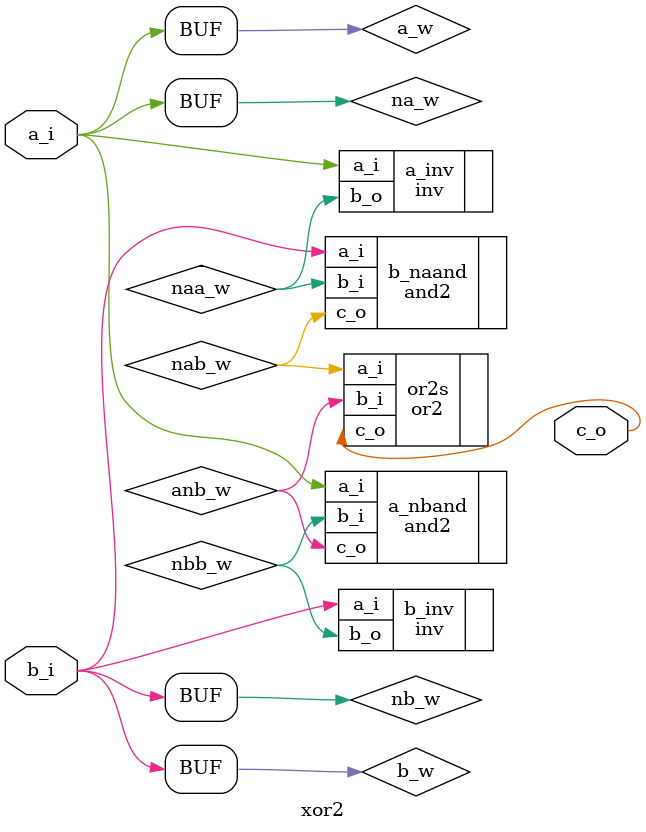
<source format=sv>
module xor2
  (input [0:0] a_i
  ,input [0:0] b_i
  ,output [0:0] c_o);
   // Implement a Two-Input Exclusive OR Module (xor2). For full credit you
   // must use the three following modules provided:
   // 
   // Two-Input And Gate:
   // 
   // module and2
   //   (input [0:0] a_i
   //   ,input [0:0] b_i
   //   ,output [0:0] c_o);
   //
   // 
   // Two-Input Or Gate:
   // 
   // module or2
   //   (input [0:0] a_i
   //   ,input [0:0] b_i
   //   ,output [0:0] c_o);
   //
   // Inverter:
   // 
   // module inv
   // (input [0:0] a_i
   // ,output [0:0] b_o);
   //
   // For more information see the the provided_modules directory.
   //
   // Using any behavioral verilog operators will yield zero points
   // for code correctness (but not affect your demonstration grade).
   // You may use assign, instantiate modules, and declare wires.
   //
   // The Truth Table of the xor2 module is as follows:
   // 
   // For simplicity, A = a_i, B = b_i,, C = c_o
   //
   // A | B | C
   // 0 | 0 | 0
   // 0 | 1 | 1
   // 1 | 0 | 1
   // 0 | 1 | 0
   // 
   // Your code here:
   
        wire [0:0] na_w;
        assign na_w = a_i;
	wire [0:0] naa_w;
	
	inv a_inv(
	.a_i(na_w),
	.b_o(naa_w));
	//inverter for a input
	
	wire [0:0] nb_w;
	assign nb_w = b_i;
	wire [0:0] nbb_w;
	
	inv b_inv(
	.a_i(nb_w),
	.b_o(nbb_w));
	//inverter for b input
	
	wire [0:0] a_w;
	wire [0:0] b_w;
	wire [0:0] nab_w;
	assign a_w = a_i;
	assign b_w = b_i;
	
	and2 b_naand(
	.a_i(b_w),
	.b_i(naa_w),
	.c_o(nab_w));
	//and for inverter a & b
	
	wire [0:0] anb_w;
	
	and2 a_nband(
	.a_i(a_w),
	.b_i(nbb_w),
	.c_o(anb_w));
	
	//and for inverter b & a
	
	or2 or2s(
	.a_i(nab_w),
	.b_i(anb_w),
	.c_o(c_o)); 
	//or for the previous and
	//schematic
	// (!a&b) | (!b&a) = a ^ b

   
endmodule

</source>
